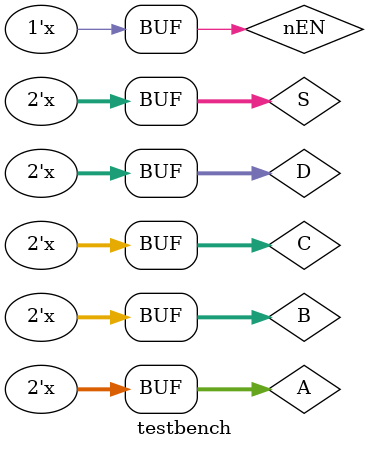
<source format=v>
`timescale 1ns / 1ps


module testbench();

reg [1:0] A,B,C,D;
reg [1:0] S;
reg nEN;
wire [1:0] Y;

mux4_1 m1(A,B,C,D,S,nEN,Y);

initial
begin
A=0;B=0;C=0;D=0;S=0;nEN=0;
end

always #10 {A,B,C,D,S,nEN}={A,B,C,D,S,nEN}+1;

endmodule

</source>
